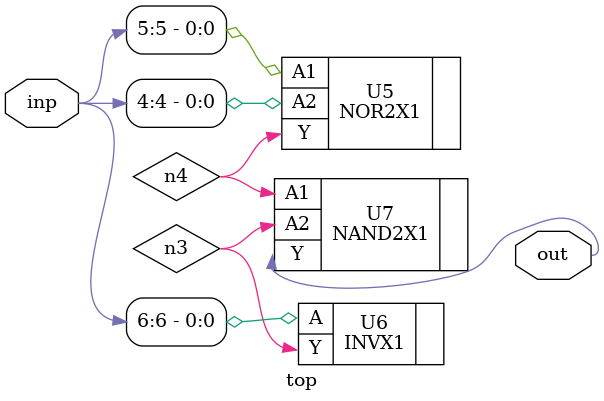
<source format=sv>


module top ( inp, out );
  input [6:0] inp;
  output out;
  wire   n3, n4;

  NOR2X1 U5 ( .A1(inp[5]), .A2(inp[4]), .Y(n4) );
  INVX1 U6 ( .A(inp[6]), .Y(n3) );
  NAND2X1 U7 ( .A1(n4), .A2(n3), .Y(out) );
endmodule


</source>
